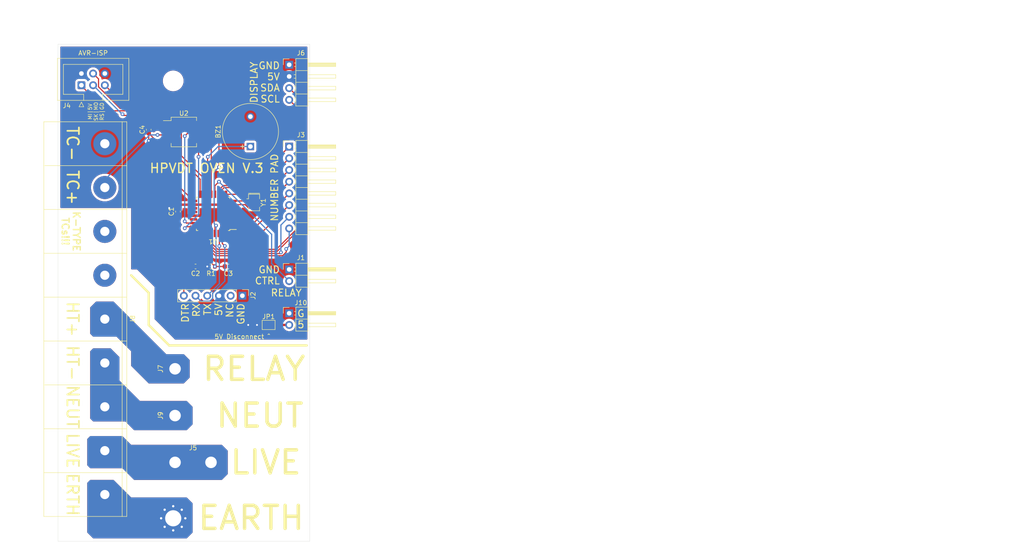
<source format=kicad_pcb>
(kicad_pcb (version 20221018) (generator pcbnew)
  (title_block (title "Oven") (date "2024-02-13") (rev "3") (company "HPVDT") (comment 1 "Based off an Arduino Nano, can be used as one.") (comment 2 "screen, 5V charger, solid state relay, and a keypad.") (comment 3 "Designed to fit in an old metal power supply case along side a ") (comment 4 "Oven control board"))
  (layers (0 "F.Cu" signal) (31 "B.Cu" signal) (34 "B.Paste" user) (35 "F.Paste" user) (36 "B.SilkS" user "B.Silkscreen") (37 "F.SilkS" user "F.Silkscreen") (38 "B.Mask" user) (39 "F.Mask" user) (44 "Edge.Cuts" user))
  (net 0 "")
  (net 1 "NEUT")
  (net 2 "LINE")
  (net 3 "GNDPWR")
  (net 4 "GND")
  (net 5 "+5V")
  (net 6 "/RST")
  (net 7 "/DTR")
  (net 8 "/BUZZ")
  (net 9 "/TC+")
  (net 10 "/RELAY")
  (net 11 "/SCL")
  (net 12 "/SDA")
  (net 15 "/ROW_{1}")
  (net 16 "/ROW_{2}")
  (net 17 "/ROW_{3}")
  (net 18 "/ROW_{4}")
  (net 19 "/COL_{1}")
  (net 20 "/COL_{2}")
  (net 21 "/MOSI")
  (net 22 "/SCK")
  (net 23 "/MISO")
  (net 24 "/TX")
  (net 25 "/RX")
  (net 26 "/MAX_{~{CS}}")
  (net 27 "/RELAY_RTN")
  (net 28 "/COL_{3")
  (net 29 "/COL_{4}")
  (net 31 "/MAX_{SCK}")
  (net 35 "/MAX_{SO}")
  (net 37 "Net-(U1-Pad7)")
  (net 38 "Net-(U1-Pad8)")
  (net 39 "Net-(J10-Pad2)")
  (footprint "oven:9POS-TERMBLOCK" (layer "F.Cu") (at 69.5325 114.3 -90)
    (fp_text reference "J8" (at 0 -1.27 90) (layer "F.SilkS"))
    (fp_text value "OUTPUT")
    (pad "1" thru_hole circle locked (at -38.1 4.7625 270) (size 5 5) (drill 2) (layers "*.Cu" "*.Mask") (net 4 "GND"))
    (pad "2" thru_hole circle locked (at -28.575 4.7625 270) (size 5 5) (drill 2) (layers "*.Cu" "*.Mask") (net 9 "/TC+"))
    (pad "3" thru_hole circle locked (at -19.05 4.7625 270) (size 5 5) (drill 2) (layers "*.Cu" "*.Mask"))
    (pad "4" thru_hole circle locked (at -9.525 4.7625 270) (size 5 5) (drill 2) (layers "*.Cu" "*.Mask"))
    (pad "5" thru_hole circle locked (at 0 4.7625 270) (size 5 5) (drill 2) (layers "*.Cu" "*.Mask") (net 27 "/RELAY_RTN"))
    (pad "6" thru_hole circle locked (at 9.525 4.7625 270) (size 5 5) (drill 2) (layers "*.Cu" "*.Mask") (net 1 "NEUT"))
    (pad "7" thru_hole circle locked (at 19.05 4.7625 270) (size 5 5) (drill 2) (layers "*.Cu" "*.Mask") (net 1 "NEUT"))
    (pad "8" thru_hole circle locked (at 28.575 4.7625 270) (size 5 5) (drill 2) (layers "*.Cu" "*.Mask") (net 2 "LINE"))
    (pad "9" thru_hole circle locked (at 38.1 4.7625 270) (size 5 5) (drill 2) (layers "*.Cu" "*.Mask") (net 3 "GNDPWR"))
  )
  (footprint "Package_QFP:TQFP-32_7x7mm_P0.8mm" (layer "F.Cu") (at 88.265 91.44 180)
    (fp_text reference "U1" (at 0 -6.05 180 unlocked) (layer "F.SilkS"))
    (fp_text value "ATmega328-AU")
    (pad "1" smd rect (at -4.25 -2.8 180) (size 1.6 0.55) (layers "F.Cu" "F.Paste" "F.Mask") (net 15 "/ROW_{1}"))
    (pad "2" smd rect (at -4.25 -2 180) (size 1.6 0.55) (layers "F.Cu" "F.Paste" "F.Mask") (net 29 "/COL_{4}"))
    (pad "3" smd rect (at -4.25 -1.2 180) (size 1.6 0.55) (layers "F.Cu" "F.Paste" "F.Mask") (net 4 "GND"))
    (pad "4" smd rect (at -4.25 -0.4 180) (size 1.6 0.55) (layers "F.Cu" "F.Paste" "F.Mask") (net 5 "+5V"))
    (pad "5" smd rect (at -4.25 0.4 180) (size 1.6 0.55) (layers "F.Cu" "F.Paste" "F.Mask") (net 4 "GND"))
    (pad "6" smd rect (at -4.25 1.2 180) (size 1.6 0.55) (layers "F.Cu" "F.Paste" "F.Mask") (net 5 "+5V"))
    (pad "7" smd rect (at -4.25 2 180) (size 1.6 0.55) (layers "F.Cu" "F.Paste" "F.Mask") (net 37 "Net-(U1-Pad7)"))
    (pad "8" smd rect (at -4.25 2.8 180) (size 1.6 0.55) (layers "F.Cu" "F.Paste" "F.Mask") (net 38 "Net-(U1-Pad8)"))
    (pad "9" smd rect (at -2.8 4.25 270) (size 1.6 0.55) (layers "F.Cu" "F.Paste" "F.Mask") (net 28 "/COL_{3"))
    (pad "10" smd rect (at -2 4.25 270) (size 1.6 0.55) (layers "F.Cu" "F.Paste" "F.Mask") (net 20 "/COL_{2}"))
    (pad "11" smd rect (at -1.2 4.25 270) (size 1.6 0.55) (layers "F.Cu" "F.Paste" "F.Mask") (net 19 "/COL_{1}"))
    (pad "12" smd rect (at -0.4 4.25 270) (size 1.6 0.55) (layers "F.Cu" "F.Paste" "F.Mask") (net 10 "/RELAY"))
    (pad "13" smd rect (at 0.4 4.25 270) (size 1.6 0.55) (layers "F.Cu" "F.Paste" "F.Mask") (net 26 "/MAX_{~{CS}}"))
    (pad "14" smd rect (at 1.2 4.25 270) (size 1.6 0.55) (layers "F.Cu" "F.Paste" "F.Mask") (net 8 "/BUZZ"))
    (pad "15" smd rect (at 2 4.25 270) (size 1.6 0.55) (layers "F.Cu" "F.Paste" "F.Mask") (net 21 "/MOSI"))
    (pad "16" smd rect (at 2.8 4.25 270) (size 1.6 0.55) (layers "F.Cu" "F.Paste" "F.Mask") (net 23 "/MISO"))
    (pad "17" smd rect (at 4.25 2.8 180) (size 1.6 0.55) (layers "F.Cu" "F.Paste" "F.Mask") (net 22 "/SCK"))
    (pad "18" smd rect (at 4.25 2 180) (size 1.6 0.55) (layers "F.Cu" "F.Paste" "F.Mask") (net 5 "+5V"))
    (pad "19" smd rect (at 4.25 1.2 180) (size 1.6 0.55) (layers "F.Cu" "F.Paste" "F.Mask"))
    (pad "20" smd rect (at 4.25 0.4 180) (size 1.6 0.55) (layers "F.Cu" "F.Paste" "F.Mask"))
    (pad "21" smd rect (at 4.25 -0.4 180) (size 1.6 0.55) (layers "F.Cu" "F.Paste" "F.Mask") (net 4 "GND"))
    (pad "22" smd rect (at 4.25 -1.2 180) (size 1.6 0.55) (layers "F.Cu" "F.Paste" "F.Mask"))
    (pad "23" smd rect (at 4.25 -2 180) (size 1.6 0.55) (layers "F.Cu" "F.Paste" "F.Mask") (net 35 "/MAX_{SO}"))
    (pad "24" smd rect (at 4.25 -2.8 180) (size 1.6 0.55) (layers "F.Cu" "F.Paste" "F.Mask") (net 31 "/MAX_{SCK}"))
    (pad "25" smd rect (at 2.8 -4.25 270) (size 1.6 0.55) (layers "F.Cu" "F.Paste" "F.Mask") (net 18 "/ROW_{4}"))
    (pad "26" smd rect (at 2 -4.25 270) (size 1.6 0.55) (layers "F.Cu" "F.Paste" "F.Mask") (net 17 "/ROW_{3}"))
    (pad "27" smd rect (at 1.2 -4.25 270) (size 1.6 0.55) (layers "F.Cu" "F.Paste" "F.Mask") (net 12 "/SDA"))
    (pad "28" smd rect (at 0.4 -4.25 270) (size 1.6 0.55) (layers "F.Cu" "F.Paste" "F.Mask") (net 11 "/SCL"))
    (pad "29" smd rect (at -0.4 -4.25 270) (size 1.6 0.55) (layers "F.Cu" "F.Paste" "F.Mask") (net 6 "/RST"))
    (pad "30" smd rect (at -1.2 -4.25 270) (size 1.6 0.55) (layers "F.Cu" "F.Paste" "F.Mask") (net 25 "/RX"))
    (pad "31" smd rect (at -2 -4.25 270) (size 1.6 0.55) (layers "F.Cu" "F.Paste" "F.Mask") (net 24 "/TX"))
    (pad "32" smd rect (at -2.8 -4.25 270) (size 1.6 0.55) (layers "F.Cu" "F.Paste" "F.Mask") (net 16 "/ROW_{2}"))
  )
  (footprint "MountingHole:MountingHole_3.5mm_Pad_Via" (layer "F.Cu") (at 79.61 157.56)
    (fp_text reference "H1")
    (fp_text value "M3")
    (pad "1" thru_hole circle locked (at -2.625 0) (size 0.8 0.8) (drill 0.5) (layers "*.Cu" "*.Mask") (net 3 "GNDPWR"))
    (pad "1" thru_hole circle locked (at -1.856155 -1.856155) (size 0.8 0.8) (drill 0.5) (layers "*.Cu" "*.Mask") (net 3 "GNDPWR"))
    (pad "1" thru_hole circle locked (at -1.856155 1.856155) (size 0.8 0.8) (drill 0.5) (layers "*.Cu" "*.Mask") (net 3 "GNDPWR"))
    (pad "1" thru_hole circle locked (at 0 -2.625) (size 0.8 0.8) (drill 0.5) (layers "*.Cu" "*.Mask") (net 3 "GNDPWR"))
    (pad "1" thru_hole circle locked (at 0 0) (size 7 7) (drill 3.5) (layers "*.Cu" "*.Mask") (net 3 "GNDPWR"))
    (pad "1" thru_hole circle locked (at 0 2.625) (size 0.8 0.8) (drill 0.5) (layers "*.Cu" "*.Mask") (net 3 "GNDPWR"))
    (pad "1" thru_hole circle locked (at 1.856155 -1.856155) (size 0.8 0.8) (drill 0.5) (layers "*.Cu" "*.Mask") (net 3 "GNDPWR"))
    (pad "1" thru_hole circle locked (at 1.856155 1.856155) (size 0.8 0.8) (drill 0.5) (layers "*.Cu" "*.Mask") (net 3 "GNDPWR"))
    (pad "1" thru_hole circle locked (at 2.625 0) (size 0.8 0.8) (drill 0.5) (layers "*.Cu" "*.Mask") (net 3 "GNDPWR"))
  )
  (footprint "MountingHole:MountingHole_3.5mm" (layer "F.Cu") (at 79.61 62.56)
    (fp_text reference "H2")
    (fp_text value "M3")
    (pad "" np_thru_hole circle locked (at 0 0) (size 3.5 3.5) (drill 3.5) (layers "*.Cu" "*.Mask"))
  )
  (footprint "Capacitor_SMD:C_0603_1608Metric" (layer "F.Cu") (at 74.295 73.165 -90)
    (fp_text reference "C4" (at -0.013 1.397 90) (layer "F.SilkS"))
    (fp_text value "100n")
    (pad "1" smd roundrect (at -0.775 0 270) (size 0.9 0.95) (layers "F.Cu" "F.Paste" "F.Mask") (net 4 "GND"))
    (pad "2" smd roundrect (at 0.775 0 270) (size 0.9 0.95) (layers "F.Cu" "F.Paste" "F.Mask") (net 5 "+5V"))
  )
  (footprint "Capacitor_SMD:C_0603_1608Metric" (layer "F.Cu") (at 91.58 102.87 180)
    (fp_text reference "C3" (at 0 -1.524) (layer "F.SilkS"))
    (fp_text value "4n7")
    (pad "1" smd roundrect (at -0.775 0 180) (size 0.9 0.95) (layers "F.Cu" "F.Paste" "F.Mask") (net 4 "GND"))
    (pad "2" smd roundrect (at 0.775 0 180) (size 0.9 0.95) (layers "F.Cu" "F.Paste" "F.Mask") (net 6 "/RST"))
  )
  (footprint "Capacitor_SMD:C_0603_1608Metric" (layer "F.Cu") (at 84.455 102.87)
    (fp_text reference "C2" (at 0 1.524) (layer "F.SilkS"))
    (fp_text value "100n")
    (pad "1" smd roundrect (at -0.775 0) (size 0.9 0.95) (layers "F.Cu" "F.Paste" "F.Mask") (net 7 "/DTR"))
    (pad "2" smd roundrect (at 0.775 0) (size 0.9 0.95) (layers "F.Cu" "F.Paste" "F.Mask") (net 6 "/RST"))
  )
  (footprint "Capacitor_SMD:C_0603_1608Metric" (layer "F.Cu") (at 80.645 90.945 90)
    (fp_text reference "C1" (at 0 -1.43 90) (layer "F.SilkS"))
    (fp_text value "100n")
    (pad "1" smd roundrect (at -0.775 0 90) (size 0.9 0.95) (layers "F.Cu" "F.Paste" "F.Mask") (net 4 "GND"))
    (pad "2" smd roundrect (at 0.775 0 90) (size 0.9 0.95) (layers "F.Cu" "F.Paste" "F.Mask") (net 5 "+5V"))
  )
  (footprint "Connector_PinHeader_2.54mm:PinHeader_1x02_P2.54mm_Horizontal" (layer "F.Cu") (at 104.775 113.03)
    (fp_text reference "J10" (at 2.54 -2.27) (layer "F.SilkS"))
    (fp_text value "5V_IN")
    (pad "1" thru_hole rect (at 0 0) (size 1.7 1.7) (drill 1) (layers "*.Cu" "*.Mask") (net 4 "GND"))
    (pad "2" thru_hole oval (at 0 2.54) (size 1.7 1.7) (drill 1) (layers "*.Cu" "*.Mask") (net 39 "Net-(J10-Pad2)"))
  )
  (footprint "Connector_Wire:SolderWire-2sqmm_1x01_D2mm_OD3.9mm" (layer "F.Cu") (at 80.01 125.095 90)
    (fp_text reference "J7" (at 0 -3.15 90) (layer "F.SilkS"))
    (fp_text value "RELAY_PWR")
    (pad "1" thru_hole roundrect (at 0 0 90) (size 3.9 3.9) (drill 2.5) (layers "*.Cu" "*.Mask") (roundrect_rratio 0.06410307692) (net 27 "/RELAY_RTN"))
  )
  (footprint "Connector_Wire:SolderWire-2sqmm_1x02_P7.8mm_D2mm_OD3.9mm" (layer "F.Cu") (at 80.01 145.415)
    (fp_text reference "J5" (at 3.9 -3.15) (layer "F.SilkS"))
    (fp_text value "LIVE")
    (pad "1" thru_hole roundrect (at 0 0) (size 3.9 3.9) (drill 2.5) (layers "*.Cu" "*.Mask") (roundrect_rratio 0.06410307692) (net 2 "LINE"))
    (pad "2" thru_hole circle (at 7.8 0) (size 3.9 3.9) (drill 2.5) (layers "*.Cu" "*.Mask") (net 2 "LINE"))
  )
  (footprint "Connector_PinHeader_2.54mm:PinHeader_1x02_P2.54mm_Horizontal" (layer "F.Cu") (at 104.775 103.505)
    (fp_text reference "J1" (at 2.54 -2.54) (layer "F.SilkS"))
    (fp_text value "RELAY_CTRL")
    (pad "1" thru_hole rect (at 0 0) (size 1.7 1.7) (drill 1) (layers "*.Cu" "*.Mask") (net 4 "GND"))
    (pad "2" thru_hole oval (at 0 2.54) (size 1.7 1.7) (drill 1) (layers "*.Cu" "*.Mask") (net 10 "/RELAY"))
  )
  (footprint "Connector_PinHeader_2.54mm:PinHeader_1x04_P2.54mm_Horizontal" (layer "F.Cu") (at 104.775 59.055)
    (fp_text reference "J6" (at 2.54 -2.54) (layer "F.SilkS"))
    (fp_text value "DISPLAY")
    (pad "1" thru_hole rect (at 0 0) (size 1.7 1.7) (drill 1) (layers "*.Cu" "*.Mask") (net 4 "GND"))
    (pad "2" thru_hole oval (at 0 2.54) (size 1.7 1.7) (drill 1) (layers "*.Cu" "*.Mask") (net 5 "+5V"))
    (pad "3" thru_hole oval (at 0 5.08) (size 1.7 1.7) (drill 1) (layers "*.Cu" "*.Mask") (net 12 "/SDA"))
    (pad "4" thru_hole oval (at 0 7.62) (size 1.7 1.7) (drill 1) (layers "*.Cu" "*.Mask") (net 11 "/SCL"))
  )
  (footprint "Connector_PinHeader_2.54mm:PinHeader_1x08_P2.54mm_Horizontal" (layer "F.Cu") (at 104.775 76.835)
    (fp_text reference "J3" (at 2.54 -2.54) (layer "F.SilkS"))
    (fp_text value "NUMPAD")
    (pad "1" thru_hole rect (at 0 0) (size 1.7 1.7) (drill 1) (layers "*.Cu" "*.Mask") (net 19 "/COL_{1}"))
    (pad "2" thru_hole oval (at 0 2.54) (size 1.7 1.7) (drill 1) (layers "*.Cu" "*.Mask") (net 20 "/COL_{2}"))
    (pad "3" thru_hole oval (at 0 5.08) (size 1.7 1.7) (drill 1) (layers "*.Cu" "*.Mask") (net 28 "/COL_{3"))
    (pad "4" thru_hole oval (at 0 7.62) (size 1.7 1.7) (drill 1) (layers "*.Cu" "*.Mask") (net 29 "/COL_{4}"))
    (pad "5" thru_hole oval (at 0 10.16) (size 1.7 1.7) (drill 1) (layers "*.Cu" "*.Mask") (net 15 "/ROW_{1}"))
    (pad "6" thru_hole oval (at 0 12.7) (size 1.7 1.7) (drill 1) (layers "*.Cu" "*.Mask") (net 16 "/ROW_{2}"))
    (pad "7" thru_hole oval (at 0 15.24) (size 1.7 1.7) (drill 1) (layers "*.Cu" "*.Mask") (net 17 "/ROW_{3}"))
    (pad "8" thru_hole oval (at 0 17.78) (size 1.7 1.7) (drill 1) (layers "*.Cu" "*.Mask") (net 18 "/ROW_{4}"))
  )
  (footprint "Connector_PinHeader_2.54mm:PinHeader_1x06_P2.54mm_Vertical" (layer "F.Cu") (at 94.615 109.22 -90)
    (fp_text reference "J2" (at 0 -2.33 90) (layer "F.SilkS"))
    (fp_text value "SERIAL")
    (pad "1" thru_hole rect (at 0 0 270) (size 1.7 1.7) (drill 1) (layers "*.Cu" "*.Mask") (net 4 "GND"))
    (pad "2" thru_hole oval (at 0 2.54 270) (size 1.7 1.7) (drill 1) (layers "*.Cu" "*.Mask"))
    (pad "3" thru_hole oval (at 0 5.08 270) (size 1.7 1.7) (drill 1) (layers "*.Cu" "*.Mask") (net 5 "+5V"))
    (pad "4" thru_hole oval (at 0 7.62 270) (size 1.7 1.7) (drill 1) (layers "*.Cu" "*.Mask") (net 25 "/RX"))
    (pad "5" thru_hole oval (at 0 10.16 270) (size 1.7 1.7) (drill 1) (layers "*.Cu" "*.Mask") (net 24 "/TX"))
    (pad "6" thru_hole oval (at 0 12.7 270) (size 1.7 1.7) (drill 1) (layers "*.Cu" "*.Mask") (net 7 "/DTR"))
  )
  (footprint "Jumper:SolderJumper-2_P1.3mm_Bridged_Pad1.0x1.5mm" (layer "F.Cu") (at 100.315 115.57)
    (fp_text reference "JP1" (at 0 -1.8) (layer "F.SilkS"))
    (fp_text value "5V_{SUP}")
    (fp_poly (pts (xy -0.25 -0.3) (xy 0.25 -0.3) (xy 0.25 0.3) (xy -0.25 0.3)) (fill solid) (layer "F.Cu"))
    (pad "1" smd rect (at -0.65 0) (size 1 1.5) (layers "F.Cu" "F.Mask") (net 5 "+5V"))
    (pad "2" smd rect (at 0.65 0) (size 1 1.5) (layers "F.Cu" "F.Mask") (net 39 "Net-(J10-Pad2)"))
  )
  (footprint "Resistor_SMD:R_0603_1608Metric" (layer "F.Cu") (at 87.82 102.87)
    (fp_text reference "R1" (at 0 1.524) (layer "F.SilkS"))
    (fp_text value "10K")
    (pad "1" smd roundrect (at -0.825 0) (size 0.8 0.95) (layers "F.Cu" "F.Paste" "F.Mask") (net 5 "+5V"))
    (pad "2" smd roundrect (at 0.825 0) (size 0.8 0.95) (layers "F.Cu" "F.Paste" "F.Mask") (net 6 "/RST"))
  )
  (footprint "Package_SO:SO-8_5.3x6.2mm_P1.27mm" (layer "F.Cu") (at 81.915 73.66)
    (fp_text reference "U2" (at 0 -4.05) (layer "F.SilkS"))
    (fp_text value "MAX6675")
    (pad "1" smd roundrect (at -3.5 -1.905) (size 1.9 0.6) (layers "F.Cu" "F.Paste" "F.Mask") (net 4 "GND"))
    (pad "2" smd roundrect (at -3.5 -0.635) (size 1.9 0.6) (layers "F.Cu" "F.Paste" "F.Mask") (net 4 "GND"))
    (pad "3" smd roundrect (at -3.5 0.635) (size 1.9 0.6) (layers "F.Cu" "F.Paste" "F.Mask") (net 9 "/TC+"))
    (pad "4" smd roundrect (at -3.5 1.905) (size 1.9 0.6) (layers "F.Cu" "F.Paste" "F.Mask") (net 5 "+5V"))
    (pad "5" smd roundrect (at 3.5 1.905) (size 1.9 0.6) (layers "F.Cu" "F.Paste" "F.Mask") (net 31 "/MAX_{SCK}"))
    (pad "6" smd roundrect (at 3.5 0.635) (size 1.9 0.6) (layers "F.Cu" "F.Paste" "F.Mask") (net 26 "/MAX_{~{CS}}"))
    (pad "7" smd roundrect (at 3.5 -0.635) (size 1.9 0.6) (layers "F.Cu" "F.Paste" "F.Mask") (net 35 "/MAX_{SO}"))
    (pad "8" smd roundrect (at 3.5 -1.905) (size 1.9 0.6) (layers "F.Cu" "F.Paste" "F.Mask"))
  )
  (footprint "Crystal:Resonator_SMD_muRata_CSTxExxV-3Pin_3.0x1.1mm" (layer "F.Cu") (at 97.155 88.97 -90)
    (fp_text reference "Y1" (at 0 -2 90) (layer "F.SilkS"))
    (fp_text value "16M")
    (pad "1" smd rect (at -1.2 0 270) (size 0.4 1.9) (layers "F.Cu" "F.Paste" "F.Mask") (net 38 "Net-(U1-Pad8)"))
    (pad "2" smd rect (at 0 0 270) (size 0.4 1.9) (layers "F.Cu" "F.Paste" "F.Mask") (net 4 "GND"))
    (pad "3" smd rect (at 1.2 0 270) (size 0.4 1.9) (layers "F.Cu" "F.Paste" "F.Mask") (net 37 "Net-(U1-Pad7)"))
  )
  (footprint "Connector_Wire:SolderWire-2sqmm_1x01_D2mm_OD3.9mm" (layer "F.Cu") (at 80.01 135.255 90)
    (fp_text reference "J9" (at 0 -3.15 90) (layer "F.SilkS"))
    (fp_text value "NEUTRAL")
    (pad "1" thru_hole roundrect (at 0 0 90) (size 3.9 3.9) (drill 2.5) (layers "*.Cu" "*.Mask") (roundrect_rratio 0.06410307692) (net 1 "NEUT"))
  )
  (footprint "Connector_IDC:IDC-Header_2x03_P2.54mm_Vertical" (layer "F.Cu") (at 59.69 63.5 90)
    (fp_text reference "J4" (at -4.445 -3.175 180) (layer "F.SilkS"))
    (fp_text value "AVR-ISP-6")
    (pad "1" thru_hole roundrect (at 0 0 90) (size 1.7 1.7) (drill 1) (layers "*.Cu" "*.Mask") (roundrect_rratio 0.1470588235) (net 23 "/MISO"))
    (pad "2" thru_hole circle (at 2.54 0 90) (size 1.7 1.7) (drill 1) (layers "*.Cu" "*.Mask") (net 5 "+5V"))
    (pad "3" thru_hole circle (at 0 2.54 90) (size 1.7 1.7) (drill 1) (layers "*.Cu" "*.Mask") (net 22 "/SCK"))
    (pad "4" thru_hole circle (at 2.54 2.54 90) (size 1.7 1.7) (drill 1) (layers "*.Cu" "*.Mask") (net 21 "/MOSI"))
    (pad "5" thru_hole circle (at 0 5.08 90) (size 1.7 1.7) (drill 1) (layers "*.Cu" "*.Mask") (net 6 "/RST"))
    (pad "6" thru_hole circle (at 2.54 5.08 90) (size 1.7 1.7) (drill 1) (layers "*.Cu" "*.Mask") (net 4 "GND"))
  )
  (footprint "Buzzer_Beeper:MagneticBuzzer_ProSignal_ABT-410-RC" (layer "F.Cu") (at 96.36 76.81 90)
    (fp_text reference "BZ1" (at 3.25 -7 90) (layer "F.SilkS"))
    (fp_text value "AT1224TWT")
    (fp_text user "+" (at 0 -1.8 90) (layer "F.SilkS"))
    (pad "1" thru_hole rect (at 0 0 90) (size 1.6 1.6) (drill 1) (layers "*.Cu" "*.Mask") (net 8 "/BUZZ"))
    (pad "2" thru_hole circle (at 6.5 0 90) (size 1.6 1.6) (drill 1) (layers "*.Cu" "*.Mask") (net 4 "GND"))
  )
  (gr_line (start 70.485 104.775) (end 74.295 108.585) (stroke (width 0.5)) (layer "F.SilkS"))
  (gr_line (start 74.295 115.57) (end 78.74 120.015) (stroke (width 0.5)) (layer "F.SilkS"))
  (gr_line (start 74.295 108.585) (end 74.295 115.57) (stroke (width 0.5)) (layer "F.SilkS"))
  (gr_line (start 78.74 120.015) (end 108.585 120.015) (stroke (width 0.5)) (layer "F.SilkS"))
  (gr_line (start 109.22 162.56) (end 54.61 162.56) (stroke (width 0.05)) (layer "Edge.Cuts"))
  (gr_line (start 54.61 162.56) (end 54.61 54.61) (stroke (width 0.05)) (layer "Edge.Cuts"))
  (gr_line (start 109.22 125.73) (end 109.22 162.56) (stroke (width 0.05)) (layer "Edge.Cuts"))
  (gr_line (start 54.61 54.61) (end 109.22 54.61) (stroke (width 0.05)) (layer "Edge.Cuts"))
  (gr_line (start 109.22 54.61) (end 109.22 110.49) (stroke (width 0.05)) (layer "Edge.Cuts"))
  (gr_line (start 109.22 110.49) (end 109.22 125.73) (stroke (width 0.05)) (layer "Edge.Cuts"))
  (gr_text "TC+" (at 57.785 85.725 -90) (layer "F.SilkS") (effects (font (size 2.5 2.5) (thickness 0.375))))
  (gr_text "5V Disconnect ^" (at 94.615 118.11) (layer "F.SilkS") (effects (font (size 1 1))))
  (gr_text "LIVE" (at 57.785 142.875 -90) (layer "F.SilkS") (effects (font (size 2.5 2.5) (thickness 0.375))))
  (gr_text "NEUT" (at 57.785 133.35 -90) (layer "F.SilkS") (effects (font (size 2.5 2.5) (thickness 0.375))))
  (gr_text "HT-" (at 57.785 123.825 -90) (layer "F.SilkS") (effects (font (size 2.5 2.5) (thickness 0.375))))
  (gr_text "K-TYPE\nTCs!!!" (at 57.404 95.25 -90) (layer "F.SilkS") (effects (font (size 1.5 1.5) (thickness 0.3))))
  (gr_text "DISPLAY" (at 97.155 62.865 90) (layer "F.SilkS") (effects (font (size 1.5 1.5) (thickness 0.225))))
  (gr_text "NEUT" (at 98.425 135.255) (layer "F.SilkS") (effects (font (size 5 5) (thickness 0.75))))
  (gr_text "EARTH" (at 96.52 157.48) (layer "F.SilkS") (effects (font (size 5 5) (thickness 0.75))))
  (gr_text "DTR\nRX\nTX\n5V\nNC\nGND" (at 88.265 110.744 90) (layer "F.SilkS") (effects (font (size 1.5 1.5) (thickness 0.225)) (justify right)))
  (gr_text "GND\nCTRL" (at 102.87 104.775) (layer "F.SilkS") (effects (font (size 1.5 1.5) (thickness 0.225)) (justify right)))
  (gr_text "TC-" (at 57.785 76.2 -90) (layer "F.SilkS") (effects (font (size 2.5 2.5) (thickness 0.375))))
  (gr_text "RELAY" (at 104.14 108.585) (layer "F.SilkS") (effects (font (size 1.5 1.5) (thickness 0.225))))
  (gr_text "HT+" (at 57.785 114.3 -90) (layer "F.SilkS") (effects (font (size 2.5 2.5) (thickness 0.375))))
  (gr_text "ERTH" (at 57.785 152.4 -90) (layer "F.SilkS") (effects (font (size 2.5 2.5) (thickness 0.375))))
  (gr_text "G\n5" (at 107.315 114.3) (layer "F.SilkS") (effects (font (size 1.5 1.5) (thickness 0.225))))
  (gr_text "RELAY" (at 97.155 125.095) (layer "F.SilkS") (effects (font (size 5 5) (thickness 0.75))))
  (gr_text "MI|5V\nSK|MO\nRS|GD" (at 62.865 69.215 90) (layer "F.SilkS") (effects (font (size 0.8 0.8) (thickness 0.12))))
  (gr_text "AVR-ISP" (at 62.23 56.515) (layer "F.SilkS") (effects (font (size 1 1))))
  (gr_text "GND\n5V\nSDA\nSCL" (at 102.87 62.865) (layer "F.SilkS") (effects (font (size 1.5 1.5) (thickness 0.225)) (justify right)))
  (gr_text "HPVDT OVEN V.${REVISION}" (at 86.868 81.534) (layer "F.SilkS") (effects (font (size 2 2) (thickness 0.3))))
  (gr_text "LIVE" (at 99.695 145.415) (layer "F.SilkS") (effects (font (size 5 5) (thickness 0.75))))
  (gr_text "NUMBER PAD" (at 101.6 85.725 90) (layer "F.SilkS") (effects (font (size 1.5 1.5) (thickness 0.225))))
  (segment (start 91.654998 92.64) (end 92.515 92.64) (width 0.25) (layer "F.Cu") (net 4))
  (segment (start 91.429998 92.64) (end 90.629998 91.84) (width 0.5) (layer "F.Cu") (net 4))
  (segment (start 92.515 92.64) (end 91.429998 92.64) (width 0.5) (layer "F.Cu") (net 4))
  (segment (start 91.264999 91.204999) (end 91.264999 92.475001) (width 0.5) (layer "F.Cu") (net 4))
  (segment (start 90.854998 91.84) (end 91.654998 92.64) (width 0.25) (layer "F.Cu") (net 4))
  (segment (start 99.695 89.535) (end 96.59 92.64) (width 0.25) (layer "F.Cu") (net 4))
  (segment (start 92.515 91.04) (end 91.429998 91.04) (width 0.5) (layer "F.Cu") (net 4))
  (segment (start 84.015 91.84) (end 90.854998 91.84) (width 0.25) (layer "F.Cu") (net 4))
  (segment (start 99.13 88.97) (end 99.695 89.535) (width 0.25) (layer "F.Cu") (net 4))
  (segment (start 90.629998 91.84) (end 84.015 91.84) (width 0.5) (layer "F.Cu") (net 4))
  (segment (start 80.765 91.84) (end 80.645 91.72) (width 0.5) (layer "F.Cu") (net 4))
  (segment (start 91.429998 91.04) (end 91.264999 91.204999) (width 0.5) (layer "F.Cu") (net 4))
  (segment (start 96.59 92.64) (end 92.515 92.64) (width 0.25) (layer "F.Cu") (net 4))
  (segment (start 84.015 91.84) (end 80.765 91.84) (width 0.5) (layer "F.Cu") (net 4))
  (segment (start 97.155 88.97) (end 99.13 88.97) (width 0.25) (layer "F.Cu") (net 4))
  (segment (start 91.264999 92.475001) (end 91.429998 92.64) (width 0.5) (layer "F.Cu") (net 4))
  (segment (start 93.600002 91.84) (end 92.515 91.84) (width 0.5) (layer "F.Cu") (net 5))
  (segment (start 92.515 90.24) (end 93.600002 90.24) (width 0.5) (layer "F.Cu") (net 5))
  (segment (start 81.375 89.44) (end 84.015 89.44) (width 0.5) (layer "F.Cu") (net 5))
  (segment (start 91.429998 90.24) (end 92.515 90.24) (width 0.5) (layer "F.Cu") (net 5))
  (segment (start 93.765001 90.404999) (end 93.765001 91.675001) (width 0.5) (layer "F.Cu") (net 5))
  (segment (start 99.665 115.57) (end 97.79 115.57) (width 0.5) (layer "F.Cu") (net 5))
  (segment (start 74.295 73.94) (end 74.295 75.565) (width 0.25) (layer "F.Cu") (net 5))
  (segment (start 95.885 115.57) (end 97.79 115.57) (width 0.5) (layer "F.Cu") (net 5))
  (segment (start 93.765001 91.675001) (end 93.600002 91.84) (width 0.5) (layer "F.Cu") (net 5))
  (segment (start 93.600002 90.24) (end 93.765001 90.404999) (width 0.5) (layer "F.Cu") (net 5))
  (segment (start 78.74 90.17) (end 80.645 90.17) (width 0.5) (layer "F.Cu") (net 5))
  (segment (start 90.629998 89.44) (end 91.429998 90.24) (width 0.5) (layer "F.Cu") (net 5))
  (segment (start 84.015 89.44) (end 90.629998 89.44) (width 0.5) (layer "F.Cu") (net 5))
  (segment (start 80.645 90.17) (end 81.375 89.44) (width 0.5) (layer "F.Cu") (net 5))
  (segment (start 74.295 73.94) (end 75.92 75.565) (width 0.25) (layer "F.Cu") (net 5))
  (segment (start 75.92 75.565) (end 78.415 75.565) (width 0.25) (layer "F.Cu") (net 5))
  (via (at 95.885 115.57) (size 0.8) (drill 0.4) (layers "F.Cu" "B.Cu") (net 5))
  (via (at 74.295 75.565) (size 0.8) (drill 0.4) (layers "F.Cu" "B.Cu") (net 5))
  (via (at 86.995 102.87) (size 0.8) (drill 0.4) (layers "F.Cu" "B.Cu") (net 5))
  (via (at 97.79 115.57) (size 0.8) (drill 0.4) (layers "F.Cu" "B.Cu") (net 5))
  (via (at 78.74 90.17) (size 0.8) (drill 0.4) (layers "F.Cu" "B.Cu") (net 5))
  (segment (start 74.295 75.565) (end 74.295 90.17) (width 0.25) (layer "B.Cu") (net 5))
  (segment (start 78.74 90.17) (end 74.295 90.17) (width 0.25) (layer "B.Cu") (net 5))
  (segment (start 95.885 115.57) (end 89.535 109.22) (width 0.5) (layer "B.Cu") (net 5))
  (segment (start 74.295 90.17) (end 86.995 102.87) (width 0.25) (layer "B.Cu") (net 5))
  (segment (start 67.945 66.675) (end 85.72782 66.675) (width 0.25) (layer "F.Cu") (net 6))
  (segment (start 64.77 63.5) (end 67.945 66.675) (width 0.25) (layer "F.Cu") (net 6))
  (segment (start 88.645 102.87) (end 90.805 102.87) (width 0.25) (layer "F.Cu") (net 6))
  (segment (start 88.665 94.215) (end 88.9 93.98) (width 0.25) (layer "F.Cu") (net 6))
  (segment (start 85.72782 66.675) (end 89.535 70.48218) (width 0.25) (layer "F.Cu") (net 6))
  (segment (start 88.665 95.69) (end 88.665 94.215) (width 0.25) (layer "F.Cu") (net 6))
  (segment (start 89.535 70.48218) (end 89.535 81.28) (width 0.25) (layer "F.Cu") (net 6))
  (segment (start 85.23 102.87) (end 86.03001 102.06999) (width 0.25) (layer "F.Cu") (net 6))
  (segment (start 86.03001 102.06999) (end 87.84499 102.06999) (width 0.25) (layer "F.Cu") (net 6))
  (segment (start 87.84499 102.06999) (end 88.645 102.87) (width 0.25) (layer "F.Cu") (net 6))
  (via (at 88.645 102.87) (size 0.8) (drill 0.4) (layers "F.Cu" "B.Cu") (net 6))
  (via (at 89.535 81.28) (size 0.8) (drill 0.4) (layers "F.Cu" "B.Cu") (net 6))
  (via (at 88.9 93.98) (size 0.8) (drill 0.4) (layers "F.Cu" "B.Cu") (net 6))
  (segment (start 88.500001 82.314999) (end 89.535 81.28) (width 0.25) (layer "B.Cu") (net 6))
  (segment (start 88.500001 93.580001) (end 88.500001 82.314999) (width 0.25) (layer "B.Cu") (net 6))
  (segment (start 88.9 102.615) (end 88.645 102.87) (width 0.25) (layer "B.Cu") (net 6))
  (segment (start 88.9 93.98) (end 88.9 102.615) (width 0.25) (layer "B.Cu") (net 6))
  (segment (start 88.9 93.98) (end 88.500001 93.580001) (width 0.25) (layer "B.Cu") (net 6))
  (segment (start 81.915 104.635) (end 83.68 102.87) (width 0.25) (layer "F.Cu") (net 7))
  (segment (start 81.915 109.22) (end 81.915 104.635) (width 0.25) (layer "F.Cu") (net 7))
  (segment (start 87.065 79.105) (end 87.11 79.06) (width 0.25) (layer "F.Cu") (net 8))
  (segment (start 87.065 87.19) (end 87.065 79.105) (width 0.25) (layer "F.Cu") (net 8))
  (via (at 87.11 79.06) (size 0.8) (drill 0.4) (layers "F.Cu" "B.Cu") (net 8))
  (segment (start 87.11 79.06) (end 89.36 76.81) (width 0.25) (layer "B.Cu") (net 8))
  (segment (start 89.36 76.81) (end 96.36 76.81) (width 0.25) (layer "B.Cu") (net 8))
  (segment (start 78.415 74.295) (end 76.2 74.295) (width 0.25) (layer "F.Cu") (net 9))
  (via (at 76.2 74.295) (size 0.8) (drill 0.4) (layers "F.Cu" "B.Cu") (net 9))
  (segment (start 76.2 74.295) (end 74.491998 74.295) (width 0.25) (layer "B.Cu") (net 9))
  (segment (start 64.77 84.016998) (end 64.77 85.725) (width 0.25) (layer "B.Cu") (net 9))
  (segment (start 74.491998 74.295) (end 64.77 84.016998) (width 0.25) (layer "B.Cu") (net 9))
  (segment (start 88.665 87.19) (end 88.665 85.325) (width 0.25) (layer "F.Cu") (net 10))
  (segment (start 88.665 85.325) (end 89.535 84.455) (width 0.25) (layer "F.Cu") (net 10))
  (via (at 89.535 84.455) (size 0.8) (drill 0.4) (layers "F.Cu" "B.Cu") (net 10))
  (segment (start 89.535 84.455) (end 100.965 95.885) (width 0.25) (layer "B.Cu") (net 10))
  (segment (start 104.775 106.045) (end 100.965 102.235) (width 0.25) (layer "B.Cu") (net 10))
  (segment (start 100.965 95.885) (end 100.965 102.235) (width 0.25) (layer "B.Cu") (net 10))
  (segment (start 106.68 68.58) (end 106.68 94.449002) (width 0.25) (layer "F.Cu") (net 11))
  (segment (start 89.276999 99.150001) (end 87.865 97.738002) (width 0.25) (layer "F.Cu") (net 11))
  (segment (start 101.979001 99.150001) (end 89.276999 99.150001) (width 0.25) (layer "F.Cu") (net 11))
  (segment (start 104.775 66.675) (end 106.68 68.58) (width 0.25) (layer "F.Cu") (net 11))
  (segment (start 87.865 97.738002) (end 87.865 95.69) (width 0.25) (layer "F.Cu") (net 11))
  (segment (start 106.68 94.449002) (end 101.979001 99.150001) (width 0.25) (layer "F.Cu") (net 11))
  (segment (start 87.065 97.574412) (end 89.090599 99.600011) (width 0.25) (layer "F.Cu") (net 12))
  (segment (start 102.165402 99.60001) (end 107.13001 94.635402) (width 0.25) (layer "F.Cu") (net 12))
  (segment (start 107.13001 94.635402) (end 107.13001 66.49001) (width 0.25) (layer "F.Cu") (net 12))
  (segment (start 107.13001 66.49001) (end 104.775 64.135) (width 0.25) (layer "F.Cu") (net 12))
  (segment (start 89.090599 99.600011) (end 102.165402 99.60001) (width 0.25) (layer "F.Cu") (net 12))
  (segment (start 87.065 95.69) (end 87.065 97.574412) (width 0.25) (layer "F.Cu") (net 12))
  (segment (start 97.53 94.24) (end 104.775 86.995) (width 0.25) (layer "F.Cu") (net 15))
  (segment (start 92.515 94.24) (end 97.53 94.24) (width 0.25) (layer "F.Cu") (net 15))
  (segment (start 91.065 95.69) (end 98.62 95.69) (width 0.25) (layer "F.Cu") (net 16))
  (segment (start 98.62 95.69) (end 104.775 89.535) (width 0.25) (layer "F.Cu") (net 16))
  (segment (start 86.265 97.41082) (end 88.9042 100.05002) (width 0.25) (layer "F.Cu") (net 17))
  (segment (start 102.740698 100.05002) (end 102.982859 99.807859) (width 0.25) (layer "F.Cu") (net 17))
  (segment (start 86.265 95.69) (end 86.265 97.41082) (width 0.25) (layer "F.Cu") (net 17))
  (segment (start 88.9042 100.05002) (end 102.740698 100.05002) (width 0.25) (layer "F.Cu") (net 17))
  (via (at 102.982859 99.807859) (size 0.8) (drill 0.4) (layers "F.Cu" "B.Cu") (net 17))
  (segment (start 102.982859 93.867141) (end 104.775 92.075) (width 0.25) (layer "B.Cu") (net 17))
  (segment (start 102.982859 99.807859) (end 102.982859 93.867141) (width 0.25) (layer "B.Cu") (net 17))
  (segment (start 88.75063 100.53286) (end 85.465 97.24723) (width 0.25) (layer "F.Cu") (net 18))
  (segment (start 85.465 97.24723) (end 85.465 95.69) (width 0.25) (layer "F.Cu") (net 18))
  (segment (start 104.14 99.06) (end 104.14 99.72372) (width 0.25) (layer "F.Cu") (net 18))
  (segment (start 104.14 99.72372) (end 103.33086 100.53286) (width 0.25) (layer "F.Cu") (net 18))
  (segment (start 103.33086 100.53286) (end 88.75063 100.53286) (width 0.25) (layer "F.Cu") (net 18))
  (via (at 104.14 99.06) (size 0.8) (drill 0.4) (layers "F.Cu" "B.Cu") (net 18))
  (segment (start 104.775 94.615) (end 104.775 98.425) (width 0.25) (layer "B.Cu") (net 18))
  (segment (start 104.775 98.425) (end 104.14 99.06) (width 0.25) (layer "B.Cu") (net 18))
  (segment (start 99.5086 85.27499) (end 90.493599 85.274991) (width 0.25) (layer "F.Cu") (net 19))
  (segment (start 104.775 76.835) (end 102.235 79.375) (width 0.25) (layer "F.Cu") (net 19))
  (segment (start 90.493599 85.274991) (end 89.465 86.30359) (width 0.25) (layer "F.Cu") (net 19))
  (segment (start 102.235 79.375) (end 102.235 82.54859) (width 0.25) (layer "F.Cu") (net 19))
  (segment (start 89.465 86.30359) (end 89.465 87.19) (width 0.25) (layer "F.Cu") (net 19))
  (segment (start 102.235 82.54859) (end 99.5086 85.27499) (width 0.25) (layer "F.Cu") (net 19))
  (segment (start 90.68 85.725) (end 99.695 85.725) (width 0.25) (layer "F.Cu") (net 20))
  (segment (start 102.87 81.28) (end 104.775 79.375) (width 0.25) (layer "F.Cu") (net 20))
  (segment (start 99.695 85.725) (end 102.87 82.55) (width 0.25) (layer "F.Cu") (net 20))
  (segment (start 90.265 86.14) (end 90.68 85.725) (width 0.25) (layer "F.Cu") (net 20))
  (segment (start 90.265 87.19) (end 90.265 86.14) (width 0.25) (layer "F.Cu") (net 20))
  (segment (start 102.87 82.55) (end 102.87 81.28) (width 0.25) (layer "F.Cu") (net 20))
  (segment (start 81.385489 78.835489) (end 86.265 83.715) (width 0.25) (layer "F.Cu") (net 21))
  (segment (start 86.265 83.715) (end 86.265 87.19) (width 0.25) (layer "F.Cu") (net 21))
  (segment (start 81.385489 70.835489) (end 81.385489 78.835489) (width 0.25) (layer "F.Cu") (net 21))
  (segment (start 79.11 68.56) (end 81.385489 70.835489) (width 0.25) (layer "F.Cu") (net 21))
  (segment (start 62.23 60.96) (end 63.404511 62.134511) (width 0.25) (layer "F.Cu") (net 21))
  (segment (start 68.11 68.56) (end 79.11 68.56) (width 0.25) (layer "F.Cu") (net 21))
  (segment (start 63.404511 62.134511) (end 63.404511 63.854511) (width 0.25) (layer "F.Cu") (net 21))
  (segment (start 63.404511 63.854511) (end 68.11 68.56) (width 0.25) (layer "F.Cu") (net 21))
  (segment (start 78.61 70.06) (end 80.16048 71.61048) (width 0.25) (layer "F.Cu") (net 22))
  (segment (start 68.61 69.7845) (end 68.8855 70.06) (width 0.25) (layer "F.Cu") (net 22))
  (segment (start 80.16048 71.61048) (end 80.16048 84.78548) (width 0.25) (layer "F.Cu") (net 22))
  (segment (start 80.16048 84.78548) (end 84.015 88.64) (width 0.25) (layer "F.Cu") (net 22))
  (segment (start 68.8855 70.06) (end 78.61 70.06) (width 0.25) (layer "F.Cu") (net 22))
  (via (at 68.61 69.7845) (size 0.8) (drill 0.4) (layers "F.Cu" "B.Cu") (net 22))
  (segment (start 68.5145 69.7845) (end 68.61 69.7845) (width 0.25) (layer "B.Cu") (net 22))
  (segment (start 62.23 63.5) (end 68.5145 69.7845) (width 0.25) (layer "B.Cu") (net 22))
  (segment (start 78.61 69.06) (end 65.11 69.06) (width 0.25) (layer "F.Cu") (net 23))
  (segment (start 80.61 71.06) (end 78.61 69.06) (width 0.25) (layer "F.Cu") (net 23))
  (segment (start 65.11 69.06) (end 59.69 63.64) (width 0.25) (layer "F.Cu") (net 23))
  (segment (start 80.61 79.06) (end 80.61 71.06) (width 0.25) (layer "F.Cu") (net 23))
  (segment (start 59.69 63.64) (end 59.69 63.5) (width 0.25) (layer "F.Cu") (net 23))
  (segment (start 85.465 87.19) (end 85.465 83.915) (width 0.25) (layer "F.Cu") (net 23))
  (segment (start 85.465 83.915) (end 80.61 79.06) (width 0.25) (layer "F.Cu") (net 23))
  (segment (start 90.265 95.69) (end 90.265 97.885) (width 0.25) (layer "F.Cu") (net 24))
  (segment (start 90.265 97.885) (end 90.805 98.425) (width 0.25) (layer "F.Cu") (net 24))
  (via (at 90.805 98.425) (size 0.8) (drill 0.4) (layers "F.Cu" "B.Cu") (net 24))
  (segment (start 87.559001 110.395001) (end 85.630001 110.395001) (width 0.25) (layer "B.Cu") (net 24))
  (segment (start 90.805 106.04641) (end 88.170001 108.681409) (width 0.25) (layer "B.Cu") (net 24))
  (segment (start 90.805 98.425) (end 90.805 106.04641) (width 0.25) (layer "B.Cu") (net 24))
  (segment (start 85.630001 110.395001) (end 84.455 109.22) (width 0.25) (layer "B.Cu") (net 24))
  (segment (start 88.170001 108.681409) (end 88.170001 109.784001) (width 0.25) (layer "B.Cu") (net 24))
  (segment (start 88.170001 109.784001) (end 87.559001 110.395001) (width 0.25) (layer "B.Cu") (net 24))
  (segment (start 89.625 98.425) (end 89.625 95.85) (width 0.25) (layer "F.Cu") (net 25))
  (segment (start 89.625 95.85) (end 89.465 95.69) (width 0.25) (layer "F.Cu") (net 25))
  (via (at 89.625 98.425) (size 0.8) (drill 0.4) (layers "F.Cu" "B.Cu") (net 25))
  (segment (start 89.625 106.59) (end 89.625 98.425) (width 0.25) (layer "B.Cu") (net 25))
  (segment (start 86.995 109.22) (end 89.625 106.59) (width 0.25) (layer "B.Cu") (net 25))
  (segment (start 85.766072 74.295) (end 85.415 74.295) (width 0.25) (layer "F.Cu") (net 26))
  (segment (start 87.865 87.19) (end 87.865 76.393928) (width 0.25) (layer "F.Cu") (net 26))
  (segment (start 87.865 76.393928) (end 85.766072 74.295) (width 0.25) (layer "F.Cu") (net 26))
  (segment (start 91.065 87.19) (end 99.5 87.19) (width 0.25) (layer "F.Cu") (net 28))
  (segment (start 99.5 87.19) (end 104.775 81.915) (width 0.25) (layer "F.Cu") (net 28))
  (segment (start 102.87 87.63) (end 97.06 93.44) (width 0.25) (layer "F.Cu") (net 29))
  (segment (start 97.06 93.44) (end 92.515 93.44) (width 0.25) (layer "F.Cu") (net 29))
  (segment (start 102.87 86.36) (end 102.87 87.63) (width 0.25) (layer "F.Cu") (net 29))
  (segment (start 104.775 84.455) (end 102.87 86.36) (width 0.25) (layer "F.Cu") (net 29))
  (segment (start 85.11 75.87) (end 85.415 75.565) (width 0.25) (layer "F.Cu") (net 31))
  (segment (start 82.43 94.24) (end 82.11 94.56) (width 0.25) (layer "F.Cu") (net 31))
  (segment (start 85.11 79.06) (end 85.11 75.87) (width 0.25) (layer "F.Cu") (net 31))
  (segment (start 84.015 94.24) (end 82.43 94.24) (width 0.25) (layer "F.Cu") (net 31))
  (via (at 85.11 79.06) (size 0.8) (drill 0.4) (layers "F.Cu" "B.Cu") (net 31))
  (via (at 82.11 94.56) (size 0.8) (drill 0.4) (layers "F.Cu" "B.Cu") (net 31))
  (segment (start 85.11 91.56) (end 85.11 79.06) (width 0.25) (layer "B.Cu") (net 31))
  (segment (start 82.11 94.56) (end 85.11 91.56) (width 0.25) (layer "B.Cu") (net 31))
  (segment (start 83.645 73.025) (end 82.11 74.56) (width 0.25) (layer "F.Cu") (net 35))
  (segment (start 82.49 93.44) (end 82.11 93.06) (width 0.25) (layer "F.Cu") (net 35))
  (segment (start 84.015 93.44) (end 82.49 93.44) (width 0.25) (layer "F.Cu") (net 35))
  (segment (start 85.415 73.025) (end 83.645 73.025) (width 0.25) (layer "F.Cu") (net 35))
  (via (at 82.11 74.56) (size 0.8) (drill 0.4) (layers "F.Cu" "B.Cu") (net 35))
  (via (at 82.11 93.06) (size 0.8) (drill 0.4) (layers "F.Cu" "B.Cu") (net 35))
  (segment (start 82.11 93.06) (end 82.11 74.56) (width 0.25) (layer "B.Cu") (net 35))
  (segment (start 95.955 90.17) (end 95.225 89.44) (width 0.25) (layer "F.Cu") (net 37))
  (segment (start 97.155 90.17) (end 95.955 90.17) (width 0.25) (layer "F.Cu") (net 37))
  (segment (start 95.225 89.44) (end 92.515 89.44) (width 0.25) (layer "F.Cu") (net 37))
  (segment (start 95.745 87.77) (end 97.155 87.77) (width 0.25) (layer "F.Cu") (net 38))
  (segment (start 92.515 88.64) (end 94.875 88.64) (width 0.25) (layer "F.Cu") (net 38))
  (segment (start 94.875 88.64) (end 95.745 87.77) (width 0.25) (layer "F.Cu") (net 38))
  (segment (start 100.965 115.57) (end 104.775 115.57) (width 0.5) (layer "F.Cu") (net 39))
  (zone (net 4) (net_name "GND") (layer "F.Cu") (connect_pads yes (clearance 0.508)) (min_thickness 0.254) (fill yes (thermal_gap 0.508) (thermal_bridge_width 0.508))
    (polygon (pts (xy 109.22 118.745) (xy 80.01 118.745) (xy 75.565 114.3) (xy 75.565 107.315) (xy 71.755 103.505) (xy 70.485 103.505) (xy 70.485 90.17) (xy 54.61 90.17) (xy 54.61 54.61) (xy 109.22 54.61)))
  )
  (zone (net 1) (net_name "NEUT") (layer "F.Cu") (connect_pads yes (clearance 0.508)) (min_thickness 0.254) (fill yes (thermal_gap 0.508) (thermal_bridge_width 0.508))
    (polygon (pts (xy 67.945 122.555) (xy 67.945 127.635) (xy 72.39 132.08) (xy 82.55 132.08) (xy 83.82 133.35) (xy 83.82 137.16) (xy 82.55 138.43) (xy 71.12 138.43) (xy 69.215 136.525) (xy 62.23 136.525) (xy 61.595 135.89) (xy 61.595 121.285) (xy 62.23 120.65) (xy 66.04 120.65)))
  )
  (zone (net 2) (net_name "LINE") (layer "F.Cu") (connect_pads yes (clearance 0.508)) (min_thickness 0.254) (fill yes (thermal_gap 0.508) (thermal_bridge_width 0.508))
    (polygon (pts (xy 70.485 141.605) (xy 90.17 141.605) (xy 91.44 142.875) (xy 91.44 147.955) (xy 90.17 149.225) (xy 71.12 149.225) (xy 68.58 146.685) (xy 61.595 146.685) (xy 60.96 146.05) (xy 60.96 140.335) (xy 61.595 139.7) (xy 68.58 139.7)))
  )
  (zone (net 3) (net_name "GNDPWR") (layer "F.Cu") (connect_pads yes (clearance 0.508)) (min_thickness 0.254) (fill yes (thermal_gap 0.508) (thermal_bridge_width 0.508))
    (polygon (pts (xy 70.485 153.035) (xy 82.55 153.035) (xy 83.82 154.305) (xy 83.82 160.655) (xy 82.55 161.925) (xy 62.23 161.925) (xy 60.96 160.655) (xy 60.96 149.86) (xy 61.595 149.225) (xy 66.675 149.225)))
  )
  (zone (net 27) (net_name "/RELAY_RTN") (layer "F.Cu") (connect_pads yes (clearance 0.508)) (min_thickness 0.254) (fill yes (thermal_gap 0.508) (thermal_bridge_width 0.508))
    (polygon (pts (xy 78.105 121.92) (xy 81.915 121.92) (xy 83.185 123.19) (xy 83.185 127) (xy 81.915 128.27) (xy 74.295 128.27) (xy 70.485 124.46) (xy 70.485 121.285) (xy 67.31 118.11) (xy 62.23 118.11) (xy 61.595 117.475) (xy 61.595 111.76) (xy 62.865 110.49) (xy 66.675 110.49)))
  )
  (zone (net 0) (net_name "") (layers "F&B.Cu") (connect_pads yes (clearance 0)) (min_thickness 0.254)
    (keepout (tracks not_allowed) (vias not_allowed) (pads allowed) (copperpour not_allowed) (footprints allowed))
    (fill (thermal_gap 0.508) (thermal_bridge_width 0.508))
    (polygon (pts (xy 61.595 105.41) (xy 53.34 105.41) (xy 53.34 104.14) (xy 61.595 104.14)))
  )
  (zone (net 0) (net_name "") (layers "F&B.Cu") (connect_pads yes (clearance 0)) (min_thickness 0.254)
    (keepout (tracks not_allowed) (vias not_allowed) (pads allowed) (copperpour not_allowed) (footprints allowed))
    (fill (thermal_gap 0.508) (thermal_bridge_width 0.508))
    (polygon (pts (xy 74.93 107.95) (xy 74.93 114.935) (xy 79.375 119.38) (xy 109.855 119.38) (xy 109.855 120.65) (xy 78.105 120.65) (xy 73.025 115.57) (xy 73.025 108.585) (xy 69.85 105.41) (xy 67.945 105.41) (xy 67.945 104.14) (xy 71.12 104.14)))
  )
  (zone (net 3) (net_name "GNDPWR") (layer "B.Cu") (connect_pads yes (clearance 0.508)) (min_thickness 0.254) (fill yes (thermal_gap 0.508) (thermal_bridge_width 0.508))
    (polygon (pts (xy 70.485 153.035) (xy 82.55 153.035) (xy 83.82 154.305) (xy 83.82 160.655) (xy 82.55 161.925) (xy 62.23 161.925) (xy 60.96 160.655) (xy 60.96 149.86) (xy 61.595 149.225) (xy 66.675 149.225)))
  )
  (zone (net 2) (net_name "LINE") (layer "B.Cu") (connect_pads yes (clearance 0.508)) (min_thickness 0.254) (fill yes (thermal_gap 0.508) (thermal_bridge_width 0.508))
    (polygon (pts (xy 70.485 141.605) (xy 90.17 141.605) (xy 91.44 142.875) (xy 91.44 147.955) (xy 90.17 149.225) (xy 71.12 149.225) (xy 68.58 146.685) (xy 61.595 146.685) (xy 60.96 146.05) (xy 60.96 140.335) (xy 61.595 139.7) (xy 68.58 139.7)))
  )
  (zone (net 1) (net_name "NEUT") (layer "B.Cu") (connect_pads yes (clearance 0.508)) (min_thickness 0.254) (fill yes (thermal_gap 0.508) (thermal_bridge_width 0.508))
    (polygon (pts (xy 67.945 122.555) (xy 67.945 127.635) (xy 72.39 132.08) (xy 82.55 132.08) (xy 83.82 133.35) (xy 83.82 137.16) (xy 82.55 138.43) (xy 71.12 138.43) (xy 69.215 136.525) (xy 62.23 136.525) (xy 61.595 135.89) (xy 61.595 121.285) (xy 62.23 120.65) (xy 66.04 120.65)))
  )
  (zone (net 27) (net_name "/RELAY_RTN") (layer "B.Cu") (connect_pads yes (clearance 0.508)) (min_thickness 0.254) (fill yes (thermal_gap 0.508) (thermal_bridge_width 0.508))
    (polygon (pts (xy 78.105 121.92) (xy 81.915 121.92) (xy 83.185 123.19) (xy 83.185 127) (xy 81.915 128.27) (xy 74.295 128.27) (xy 70.485 124.46) (xy 70.485 121.285) (xy 67.31 118.11) (xy 62.23 118.11) (xy 61.595 117.475) (xy 61.595 111.76) (xy 62.865 110.49) (xy 66.675 110.49)))
  )
  (zone (net 5) (net_name "+5V") (layer "B.Cu") (connect_pads yes (clearance 0.508)) (min_thickness 0.254) (fill yes (thermal_gap 0.508) (thermal_bridge_width 0.508))
    (polygon (pts (xy 109.22 118.745) (xy 80.01 118.745) (xy 75.565 114.3) (xy 75.565 107.315) (xy 71.755 103.505) (xy 70.485 103.505) (xy 70.485 90.17) (xy 54.61 90.17) (xy 54.61 54.61) (xy 109.22 54.61)))
  )
)
</source>
